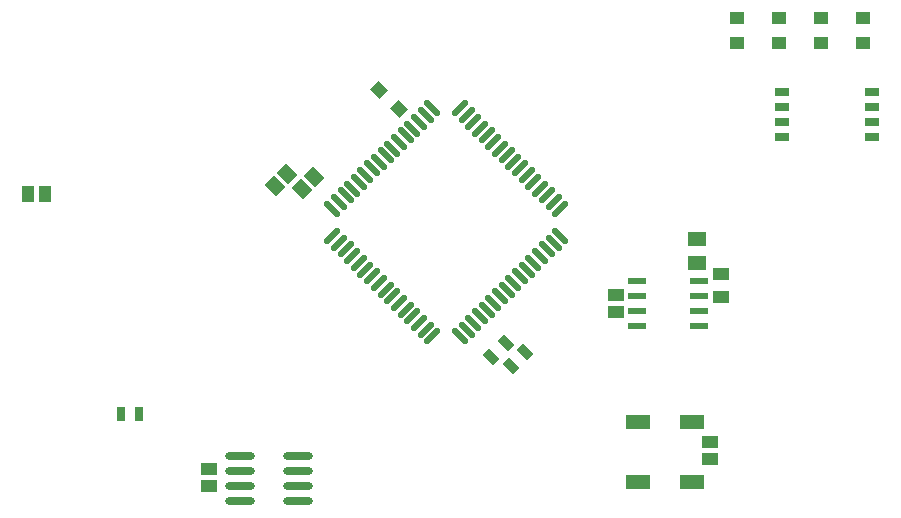
<source format=gbr>
%FSTAX23Y23*%
%MOIN*%
%SFA1B1*%

%IPPOS*%
%AMD14*
4,1,4,-0.029700,0.006400,0.006400,-0.029700,0.029700,-0.006400,-0.006400,0.029700,-0.029700,0.006400,0.0*
%
%AMD15*
4,1,4,0.002100,-0.029700,0.029700,-0.002100,-0.002100,0.029700,-0.029700,0.002100,0.002100,-0.029700,0.0*
%
%AMD16*
4,1,4,0.033900,-0.003500,-0.003500,0.033900,-0.033900,0.003500,0.003500,-0.033900,0.033900,-0.003500,0.0*
%
%AMD23*
4,1,4,-0.008800,0.024400,-0.024400,0.008800,0.008800,-0.024400,0.024400,-0.008800,-0.008800,0.024400,0.0*
1,1,0.022000,-0.016600,0.016600*
1,1,0.022000,0.016600,-0.016600*
%
%AMD24*
4,1,4,-0.024400,-0.008800,-0.008800,-0.024400,0.024400,0.008800,0.008800,0.024400,-0.024400,-0.008800,0.0*
1,1,0.022000,-0.016600,-0.016600*
1,1,0.022000,0.016600,0.016600*
%
%ADD10R,0.031000X0.047000*%
%ADD11O,0.098000X0.028000*%
%ADD12R,0.053000X0.043000*%
%ADD13R,0.059000X0.049000*%
G04~CAMADD=14~9~0.0~0.0~510.0~330.0~0.0~0.0~0~0.0~0.0~0.0~0.0~0~0.0~0.0~0.0~0.0~0~0.0~0.0~0.0~135.0~594.0~593.0*
%ADD14D14*%
G04~CAMADD=15~9~0.0~0.0~390.0~450.0~0.0~0.0~0~0.0~0.0~0.0~0.0~0~0.0~0.0~0.0~0.0~0~0.0~0.0~0.0~225.0~594.0~593.0*
%ADD15D15*%
G04~CAMADD=16~9~0.0~0.0~530.0~430.0~0.0~0.0~0~0.0~0.0~0.0~0.0~0~0.0~0.0~0.0~0.0~0~0.0~0.0~0.0~315.0~678.0~677.0*
%ADD16D16*%
%ADD17R,0.043000X0.053000*%
%ADD18R,0.055000X0.041000*%
%ADD19R,0.059000X0.024000*%
%ADD20R,0.083000X0.051000*%
%ADD21R,0.050000X0.030000*%
%ADD22R,0.047000X0.043000*%
G04~CAMADD=23~3~0.0~0.0~220.0~690.0~0.0~0.0~0~0.0~0.0~0.0~0.0~0~0.0~0.0~0.0~0.0~0~0.0~0.0~0.0~45.0~550.0~550.0*
%ADD23D23*%
G04~CAMADD=24~3~0.0~0.0~220.0~690.0~0.0~0.0~0~0.0~0.0~0.0~0.0~0~0.0~0.0~0.0~0.0~0~0.0~0.0~0.0~135.0~550.0~550.0*
%ADD24D24*%
%LNtemperature_monitor_&_display_paste_top-1*%
%LPD*%
G54D10*
X00415Y0036D03*
X00475D03*
G54D11*
X01006Y0007D03*
Y0012D03*
Y0017D03*
Y0022D03*
X00813Y0007D03*
Y0012D03*
Y0017D03*
Y0022D03*
G54D12*
X0071Y00177D03*
Y0012D03*
X02065Y00759D03*
Y00701D03*
X0238Y0021D03*
Y00267D03*
G54D13*
X02335Y00864D03*
Y00946D03*
G54D14*
X01764Y00569D03*
X01716Y00521D03*
X01699Y00599D03*
X01651Y00551D03*
G54D15*
X01343Y01377D03*
X01277Y01443D03*
G54D16*
X0093Y0112D03*
X0097Y0116D03*
X0106Y0115D03*
X0102Y0111D03*
G54D17*
X00164Y01095D03*
X00106D03*
G54D18*
X02415Y00827D03*
Y00753D03*
G54D19*
X02136Y00805D03*
Y00755D03*
Y00705D03*
Y00655D03*
X02344D03*
Y00705D03*
Y00755D03*
Y00805D03*
G54D20*
X02321Y00135D03*
Y00335D03*
X02139D03*
Y00135D03*
G54D21*
X0292Y01285D03*
Y01335D03*
Y01385D03*
Y01435D03*
X0262D03*
Y01385D03*
Y01335D03*
Y01285D03*
G54D22*
X0289Y01681D03*
Y01599D03*
X0275Y01681D03*
Y01599D03*
X0261Y0168D03*
Y01597D03*
X0247Y0168D03*
Y01597D03*
G54D23*
X0112Y01046D03*
X01142Y01068D03*
X01165Y0109D03*
X01187Y01113D03*
X01209Y01135D03*
X01231Y01157D03*
X01254Y0118D03*
X01276Y01202D03*
X01298Y01224D03*
X0132Y01246D03*
X01343Y01269D03*
X01365Y01291D03*
X01387Y01313D03*
X0141Y01335D03*
X01432Y01358D03*
X01454Y0138D03*
X0188Y00954D03*
X01858Y00932D03*
X01835Y0091D03*
X01813Y00887D03*
X01791Y00865D03*
X01769Y00843D03*
X01746Y0082D03*
X01724Y00798D03*
X01702Y00776D03*
X0168Y00754D03*
X01657Y00731D03*
X01635Y00709D03*
X01613Y00687D03*
X0159Y00665D03*
X01568Y00642D03*
X01546Y0062D03*
G54D24*
X01546Y0138D03*
X01568Y01358D03*
X0159Y01335D03*
X01613Y01313D03*
X01635Y01291D03*
X01657Y01269D03*
X0168Y01246D03*
X01702Y01224D03*
X01724Y01202D03*
X01746Y0118D03*
X01769Y01157D03*
X01791Y01135D03*
X01813Y01113D03*
X01835Y0109D03*
X01858Y01068D03*
X0188Y01046D03*
X01454Y0062D03*
X01432Y00642D03*
X0141Y00665D03*
X01387Y00687D03*
X01365Y00709D03*
X01343Y00731D03*
X0132Y00754D03*
X01298Y00776D03*
X01276Y00798D03*
X01254Y0082D03*
X01231Y00843D03*
X01209Y00865D03*
X01187Y00887D03*
X01165Y0091D03*
X01142Y00932D03*
X0112Y00954D03*
M02*
</source>
